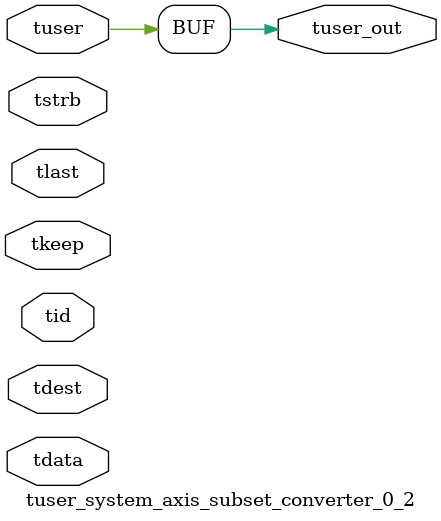
<source format=v>


`timescale 1ps/1ps

module tuser_system_axis_subset_converter_0_2 #
(
parameter C_S_AXIS_TUSER_WIDTH = 1,
parameter C_S_AXIS_TDATA_WIDTH = 32,
parameter C_S_AXIS_TID_WIDTH   = 0,
parameter C_S_AXIS_TDEST_WIDTH = 0,
parameter C_M_AXIS_TUSER_WIDTH = 1
)
(
input  [(C_S_AXIS_TUSER_WIDTH == 0 ? 1 : C_S_AXIS_TUSER_WIDTH)-1:0     ] tuser,
input  [(C_S_AXIS_TDATA_WIDTH == 0 ? 1 : C_S_AXIS_TDATA_WIDTH)-1:0     ] tdata,
input  [(C_S_AXIS_TID_WIDTH   == 0 ? 1 : C_S_AXIS_TID_WIDTH)-1:0       ] tid,
input  [(C_S_AXIS_TDEST_WIDTH == 0 ? 1 : C_S_AXIS_TDEST_WIDTH)-1:0     ] tdest,
input  [(C_S_AXIS_TDATA_WIDTH/8)-1:0 ] tkeep,
input  [(C_S_AXIS_TDATA_WIDTH/8)-1:0 ] tstrb,
input                                                                    tlast,
output [C_M_AXIS_TUSER_WIDTH-1:0] tuser_out
);

assign tuser_out = {tuser[0:0]};

endmodule


</source>
